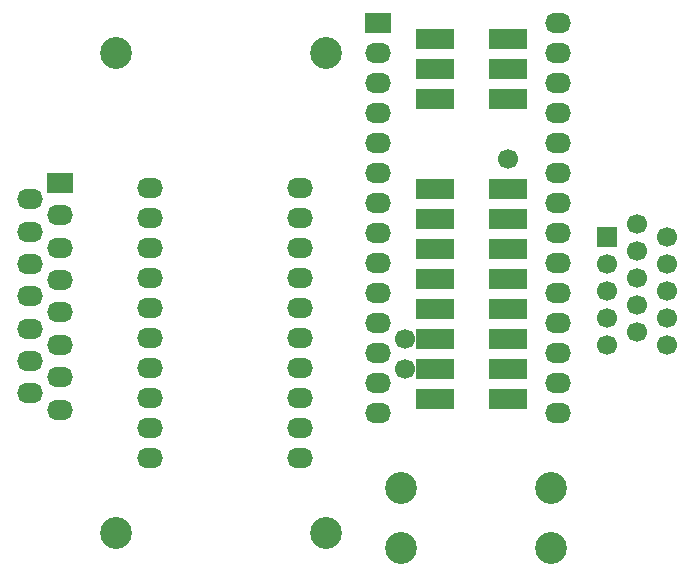
<source format=gbr>
G04 --- HEADER BEGIN --- *
%TF.GenerationSoftware,LibrePCB,LibrePCB,0.1.4*%
%TF.CreationDate,2020-06-05T20:12:50*%
%TF.ProjectId,Apple 2c VGA - default,6ee0dbe1-6aad-4263-9a0f-7c091fb3c0df,v1.4*%
%TF.Part,Single*%
%FSLAX66Y66*%
%MOMM*%
G01*
G74*
G04 --- HEADER END --- *
G04 --- APERTURE LIST BEGIN --- *
%ADD10R,3.2X1.7*%
%ADD11O,2.2X1.7*%
%ADD12R,2.2X1.7*%
%ADD13C,1.7*%
%ADD14C,2.7*%
%ADD15R,1.7X1.7*%
G04 --- APERTURE LIST END --- *
G04 --- BOARD BEGIN --- *
D10*
X50950600Y26617600D03*
X44797000Y24077600D03*
D11*
X55245000Y35560000D03*
X40005000Y43180000D03*
D12*
X40005000Y48260000D03*
D11*
X40005000Y27940000D03*
D10*
X50950600Y44397600D03*
X44797000Y31697600D03*
X50950600Y31697600D03*
X44797000Y44397600D03*
D11*
X40005000Y30480000D03*
X55245000Y22860000D03*
X55245000Y30480000D03*
D10*
X44797000Y21537600D03*
D13*
X50950600Y36777600D03*
D11*
X40005000Y40640000D03*
D13*
X42257000Y18997600D03*
D10*
X44797000Y16457600D03*
D11*
X55245000Y38100000D03*
D10*
X50950600Y41857600D03*
X44797000Y26617600D03*
D11*
X40005000Y20320000D03*
X55245000Y20320000D03*
D10*
X50950600Y21537600D03*
D11*
X40005000Y38100000D03*
D10*
X50950600Y34237600D03*
D11*
X40005000Y25400000D03*
X40005000Y22860000D03*
D10*
X50950600Y18997600D03*
D11*
X55245000Y40640000D03*
X40005000Y33020000D03*
D10*
X44797000Y41857600D03*
D11*
X55245000Y43180000D03*
X55245000Y15240000D03*
D10*
X44797000Y46937600D03*
D13*
X42257000Y21537600D03*
D10*
X44797000Y29157600D03*
D11*
X55245000Y33020000D03*
X40005000Y45720000D03*
X40005000Y17780000D03*
D10*
X50950600Y29157600D03*
X44797000Y34237600D03*
X50950600Y24077600D03*
X44797000Y18997600D03*
D11*
X55245000Y48260000D03*
X55245000Y27940000D03*
D10*
X50950600Y16457600D03*
D11*
X55245000Y25400000D03*
X55245000Y45720000D03*
X40005000Y35560000D03*
D10*
X50950600Y46937600D03*
D11*
X40005000Y15240000D03*
X55245000Y17780000D03*
D14*
X17780000Y45720000D03*
X35560000Y45720000D03*
X35560000Y5080000D03*
X17780000Y5080000D03*
D11*
X20637500Y11430000D03*
X33337500Y19050000D03*
X20637500Y34290000D03*
X33337500Y31750000D03*
X33337500Y24130000D03*
X20637500Y31750000D03*
X20637500Y24130000D03*
X33337500Y34290000D03*
X33337500Y29210000D03*
X20637500Y29210000D03*
X33337500Y26670000D03*
X33337500Y13970000D03*
X20637500Y16510000D03*
X33337500Y11430000D03*
X20637500Y21590000D03*
X20637500Y19050000D03*
X20637500Y26670000D03*
X20637500Y13970000D03*
X33337500Y21590000D03*
X33337500Y16510000D03*
D13*
X64452500Y30145000D03*
X64452500Y27855000D03*
X64452500Y20985000D03*
X61912500Y26710000D03*
X64452500Y23275000D03*
D15*
X59372500Y30145000D03*
D13*
X59372500Y23275000D03*
X59372500Y25565000D03*
X59372500Y20985000D03*
X61912500Y22130000D03*
X61912500Y24420000D03*
X61912500Y29000000D03*
X61912500Y31290000D03*
X59372500Y27855000D03*
X64452500Y25565000D03*
D12*
X13017500Y34737500D03*
D11*
X13017500Y18297500D03*
X10477500Y16927500D03*
X13017500Y23777500D03*
X10477500Y22407500D03*
X13017500Y26517500D03*
X13017500Y15557500D03*
X10477500Y33367500D03*
X10477500Y27887500D03*
X13017500Y31997500D03*
X10477500Y19667500D03*
X10477500Y25147500D03*
X13017500Y21037500D03*
X13017500Y29257500D03*
X10477500Y30627500D03*
D14*
X41910000Y8890000D03*
X54610000Y3810000D03*
X41910000Y3810000D03*
X54610000Y8890000D03*
G04 --- BOARD END --- *
%TF.MD5,c74a7f6638e2a37d2df52744eb145558*%
M02*

</source>
